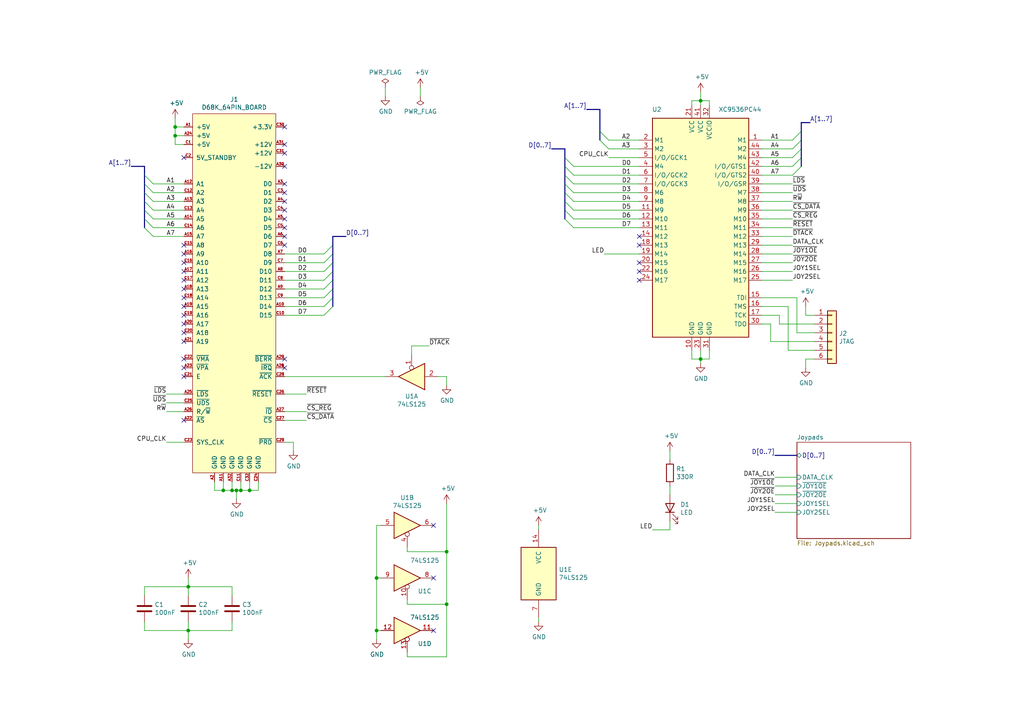
<source format=kicad_sch>
(kicad_sch (version 20211123) (generator eeschema)
  (paper "A4")
  (lib_symbols
    (symbol "74xx:74LS125" (pin_names (offset 1.016))
      (property "Reference" "U" (at 0 1.27 0))
      (property "Value" "74LS125" (at 0 -1.27 0))
      (symbol "74LS125_1_0"
        (polyline (pts (xy -3.81 3.81) (xy -3.81 -3.81) (xy 3.81 0) (xy -3.81 3.81)) (stroke (width 0.254)) (fill (type background)))
        (pin input inverted (at 0 -6.35 90) (length 4.445) (name "~") (number "1"))
        (pin input line (at -7.62 0 0) (length 3.81) (name "~") (number "2"))
        (pin tri_state line (at 7.62 0 180) (length 3.81) (name "~") (number "3"))
      )
      (symbol "74LS125_2_0"
        (polyline (pts (xy -3.81 3.81) (xy -3.81 -3.81) (xy 3.81 0) (xy -3.81 3.81)) (stroke (width 0.254)) (fill (type background)))
        (pin input inverted (at 0 -6.35 90) (length 4.445) (name "~") (number "4"))
        (pin input line (at -7.62 0 0) (length 3.81) (name "~") (number "5"))
        (pin tri_state line (at 7.62 0 180) (length 3.81) (name "~") (number "6"))
      )
      (symbol "74LS125_3_0"
        (polyline (pts (xy -3.81 3.81) (xy -3.81 -3.81) (xy 3.81 0) (xy -3.81 3.81)) (stroke (width 0.254)) (fill (type background)))
        (pin input inverted (at 0 -6.35 90) (length 4.445) (name "~") (number "10"))
        (pin tri_state line (at 7.62 0 180) (length 3.81) (name "~") (number "8"))
        (pin input line (at -7.62 0 0) (length 3.81) (name "~") (number "9"))
      )
      (symbol "74LS125_4_0"
        (polyline (pts (xy -3.81 3.81) (xy -3.81 -3.81) (xy 3.81 0) (xy -3.81 3.81)) (stroke (width 0.254)) (fill (type background)))
        (pin tri_state line (at 7.62 0 180) (length 3.81) (name "~") (number "11"))
        (pin input line (at -7.62 0 0) (length 3.81) (name "~") (number "12"))
        (pin input inverted (at 0 -6.35 90) (length 4.445) (name "~") (number "13"))
      )
      (symbol "74LS125_5_0"
        (pin power_in line (at 0 12.7 270) (length 5.08) (name "VCC") (number "14"))
        (pin power_in line (at 0 -12.7 90) (length 5.08) (name "GND") (number "7"))
      )
      (symbol "74LS125_5_1"
        (rectangle (start -5.08 7.62) (end 5.08 -7.62) (stroke (width 0.254)) (fill (type background)))
      )
    )
    (symbol "Connector_Generic:Conn_01x06" (pin_names (offset 1.016) hide)
      (property "Reference" "J" (at 0 7.62 0))
      (property "Value" "Conn_01x06" (at 0 -10.16 0))
      (symbol "Conn_01x06_1_1"
        (rectangle (start -1.27 -7.493) (end 0 -7.747) (stroke (width 0.1524)))
        (rectangle (start -1.27 -4.953) (end 0 -5.207) (stroke (width 0.1524)))
        (rectangle (start -1.27 -2.413) (end 0 -2.667) (stroke (width 0.1524)))
        (rectangle (start -1.27 0.127) (end 0 -0.127) (stroke (width 0.1524)))
        (rectangle (start -1.27 2.667) (end 0 2.413) (stroke (width 0.1524)))
        (rectangle (start -1.27 5.207) (end 0 4.953) (stroke (width 0.1524)))
        (rectangle (start -1.27 6.35) (end 1.27 -8.89) (stroke (width 0.254)) (fill (type background)))
        (pin passive line (at -5.08 5.08 0) (length 3.81) (name "Pin_1") (number "1"))
        (pin passive line (at -5.08 2.54 0) (length 3.81) (name "Pin_2") (number "2"))
        (pin passive line (at -5.08 0 0) (length 3.81) (name "Pin_3") (number "3"))
        (pin passive line (at -5.08 -2.54 0) (length 3.81) (name "Pin_4") (number "4"))
        (pin passive line (at -5.08 -5.08 0) (length 3.81) (name "Pin_5") (number "5"))
        (pin passive line (at -5.08 -7.62 0) (length 3.81) (name "Pin_6") (number "6"))
      )
    )
    (symbol "Ddraig:D68K_64PIN_BOARD" (pin_names (offset 1.016))
      (property "Reference" "J" (at -11.43 53.34 0))
      (property "Value" "D68K_64PIN_BOARD" (at -2.54 50.8 0))
      (symbol "D68K_64PIN_BOARD_0_1"
        (rectangle (start -12.7 48.26) (end 11.43 -55.88) (fill (type background)))
      )
      (symbol "D68K_64PIN_BOARD_1_1"
        (pin power_in line (at -15.24 44.45 0) (length 2.54) (name "+5V") (number "A1"))
        (pin bidirectional line (at 13.97 -7.62 180) (length 2.54) (name "D14") (number "A10"))
        (pin power_in line (at -3.81 -58.42 90) (length 2.54) (name "GND") (number "A11"))
        (pin output line (at -15.24 27.94 0) (length 2.54) (name "A1") (number "A12"))
        (pin output line (at -15.24 22.86 0) (length 2.54) (name "A3") (number "A13"))
        (pin output line (at -15.24 17.78 0) (length 2.54) (name "A5") (number "A14"))
        (pin output line (at -15.24 12.7 0) (length 2.54) (name "A7") (number "A15"))
        (pin output line (at -15.24 7.62 0) (length 2.54) (name "A9") (number "A16"))
        (pin output line (at -15.24 2.54 0) (length 2.54) (name "A11") (number "A17"))
        (pin output line (at -15.24 -2.54 0) (length 2.54) (name "A13") (number "A18"))
        (pin output line (at -15.24 -7.62 0) (length 2.54) (name "A15") (number "A19"))
        (pin power_in line (at -6.35 -58.42 90) (length 2.54) (name "GND") (number "A2"))
        (pin output line (at -15.24 -12.7 0) (length 2.54) (name "A17") (number "A20"))
        (pin output line (at -15.24 -17.78 0) (length 2.54) (name "A19") (number "A21"))
        (pin output line (at -15.24 -40.64 0) (length 2.54) (name "~{AS}") (number "A22"))
        (pin output line (at -15.24 -25.4 0) (length 2.54) (name "~{VPA}") (number "A23"))
        (pin power_in line (at -15.24 41.91 0) (length 2.54) (name "+5V") (number "A24"))
        (pin output line (at -15.24 -33.02 0) (length 2.54) (name "~{LDS}") (number "A25"))
        (pin output line (at -15.24 -38.1 0) (length 2.54) (name "R/~{W}") (number "A26"))
        (pin output line (at 13.97 -38.1 180) (length 2.54) (name "~{ID}") (number "A27"))
        (pin input line (at 13.97 -25.4 180) (length 2.54) (name "~{IRQ}") (number "A28"))
        (pin input line (at 13.97 -22.86 180) (length 2.54) (name "~{BERR}") (number "A29"))
        (pin bidirectional line (at 13.97 27.94 180) (length 2.54) (name "D0") (number "A3"))
        (pin power_in line (at 13.97 33.02 180) (length 2.54) (name "-12V") (number "A30"))
        (pin power_in line (at 13.97 39.37 180) (length 2.54) (name "+12V") (number "A31"))
        (pin power_in line (at -1.27 -58.42 90) (length 2.54) (name "GND") (number "A32"))
        (pin bidirectional line (at 13.97 22.86 180) (length 2.54) (name "D2") (number "A4"))
        (pin bidirectional line (at 13.97 17.78 180) (length 2.54) (name "D4") (number "A5"))
        (pin bidirectional line (at 13.97 12.7 180) (length 2.54) (name "D6") (number "A6"))
        (pin bidirectional line (at 13.97 7.62 180) (length 2.54) (name "D8") (number "A7"))
        (pin bidirectional line (at 13.97 2.54 180) (length 2.54) (name "D10") (number "A8"))
        (pin bidirectional line (at 13.97 -2.54 180) (length 2.54) (name "D12") (number "A9"))
        (pin power_in line (at -15.24 39.37 0) (length 2.54) (name "+5V") (number "C1"))
        (pin bidirectional line (at 13.97 -10.16 180) (length 2.54) (name "D15") (number "C10"))
        (pin power_in line (at 1.27 -58.42 90) (length 2.54) (name "GND") (number "C11"))
        (pin output line (at -15.24 25.4 0) (length 2.54) (name "A2") (number "C12"))
        (pin output line (at -15.24 20.32 0) (length 2.54) (name "A4") (number "C13"))
        (pin output line (at -15.24 15.24 0) (length 2.54) (name "A6") (number "C14"))
        (pin output line (at -15.24 10.16 0) (length 2.54) (name "A8") (number "C15"))
        (pin output line (at -15.24 5.08 0) (length 2.54) (name "A10") (number "C16"))
        (pin output line (at -15.24 0 0) (length 2.54) (name "A12") (number "C17"))
        (pin output line (at -15.24 -5.08 0) (length 2.54) (name "A14") (number "C18"))
        (pin output line (at -15.24 -10.16 0) (length 2.54) (name "A16") (number "C19"))
        (pin power_in line (at -15.24 35.56 0) (length 2.54) (name "5V_STANDBY") (number "C2"))
        (pin output line (at -15.24 -15.24 0) (length 2.54) (name "A18") (number "C20"))
        (pin output line (at -15.24 -27.94 0) (length 2.54) (name "E") (number "C21"))
        (pin output line (at -15.24 -22.86 0) (length 2.54) (name "~{VMA}") (number "C22"))
        (pin output line (at -15.24 -46.99 0) (length 2.54) (name "SYS_CLK") (number "C23"))
        (pin power_in line (at 6.35 -58.42 90) (length 2.54) (name "GND") (number "C24"))
        (pin output line (at -15.24 -35.56 0) (length 2.54) (name "~{UDS}") (number "C25"))
        (pin output line (at 13.97 -33.02 180) (length 2.54) (name "~{RESET}") (number "C26"))
        (pin output line (at 13.97 -40.64 180) (length 2.54) (name "~{CS}") (number "C27"))
        (pin input line (at 13.97 -27.94 180) (length 2.54) (name "~{ACK}") (number "C28"))
        (pin passive line (at 13.97 -46.99 180) (length 2.54) (name "~{PRD}") (number "C29"))
        (pin bidirectional line (at 13.97 25.4 180) (length 2.54) (name "D1") (number "C3"))
        (pin power_in line (at 13.97 44.45 180) (length 2.54) (name "+3.3V") (number "C30"))
        (pin power_in line (at 13.97 36.83 180) (length 2.54) (name "+12V") (number "C31"))
        (pin power_in line (at 3.81 -58.42 90) (length 2.54) (name "GND") (number "C32"))
        (pin bidirectional line (at 13.97 20.32 180) (length 2.54) (name "D3") (number "C4"))
        (pin bidirectional line (at 13.97 15.24 180) (length 2.54) (name "D5") (number "C5"))
        (pin bidirectional line (at 13.97 10.16 180) (length 2.54) (name "D7") (number "C6"))
        (pin bidirectional line (at 13.97 5.08 180) (length 2.54) (name "D9") (number "C7"))
        (pin bidirectional line (at 13.97 0 180) (length 2.54) (name "D11") (number "C8"))
        (pin bidirectional line (at 13.97 -5.08 180) (length 2.54) (name "D13") (number "C9"))
      )
    )
    (symbol "Ddraig:XC9536PC44"
      (property "Reference" "U" (at -13.97 33.02 0))
      (property "Value" "XC9536PC44" (at -13.97 -33.02 0))
      (symbol "XC9536PC44_1_1"
        (rectangle (start -13.97 31.75) (end 13.97 -31.75) (stroke (width 0.254)) (fill (type background)))
        (pin bidirectional line (at 17.78 25.4 180) (length 3.81) (name "M1") (number "1"))
        (pin power_in line (at -2.54 -35.56 90) (length 3.81) (name "GND") (number "10"))
        (pin bidirectional line (at -17.78 5.08 0) (length 3.81) (name "M9") (number "11"))
        (pin bidirectional line (at -17.78 2.54 0) (length 3.81) (name "M10") (number "12"))
        (pin bidirectional line (at -17.78 0 0) (length 3.81) (name "M11") (number "13"))
        (pin bidirectional line (at -17.78 -2.54 0) (length 3.81) (name "M12") (number "14"))
        (pin input line (at 17.78 -20.32 180) (length 3.81) (name "TDI") (number "15"))
        (pin input line (at 17.78 -22.86 180) (length 3.81) (name "TMS") (number "16"))
        (pin input line (at 17.78 -25.4 180) (length 3.81) (name "TCK") (number "17"))
        (pin bidirectional line (at -17.78 -5.08 0) (length 3.81) (name "M13") (number "18"))
        (pin bidirectional line (at -17.78 -7.62 0) (length 3.81) (name "M14") (number "19"))
        (pin bidirectional line (at -17.78 25.4 0) (length 3.81) (name "M1") (number "2"))
        (pin bidirectional line (at -17.78 -10.16 0) (length 3.81) (name "M15") (number "20"))
        (pin power_in line (at -2.54 35.56 270) (length 3.81) (name "VCC") (number "21"))
        (pin bidirectional line (at -17.78 -12.7 0) (length 3.81) (name "M16") (number "22"))
        (pin power_in line (at 0 -35.56 90) (length 3.81) (name "GND") (number "23"))
        (pin bidirectional line (at -17.78 -15.24 0) (length 3.81) (name "M17") (number "24"))
        (pin bidirectional line (at 17.78 -15.24 180) (length 3.81) (name "M17") (number "25"))
        (pin bidirectional line (at 17.78 -12.7 180) (length 3.81) (name "M16") (number "26"))
        (pin bidirectional line (at 17.78 -10.16 180) (length 3.81) (name "M15") (number "27"))
        (pin bidirectional line (at 17.78 -7.62 180) (length 3.81) (name "M14") (number "28"))
        (pin bidirectional line (at 17.78 -5.08 180) (length 3.81) (name "M13") (number "29"))
        (pin bidirectional line (at -17.78 22.86 0) (length 3.81) (name "M2") (number "3"))
        (pin output line (at 17.78 -27.94 180) (length 3.81) (name "TDO") (number "30"))
        (pin power_in line (at 2.54 -35.56 90) (length 3.81) (name "GND") (number "31"))
        (pin power_in line (at 2.54 35.56 270) (length 3.81) (name "VCCIO") (number "32"))
        (pin bidirectional line (at 17.78 -2.54 180) (length 3.81) (name "M12") (number "33"))
        (pin bidirectional line (at 17.78 0 180) (length 3.81) (name "M11") (number "34"))
        (pin bidirectional line (at 17.78 2.54 180) (length 3.81) (name "M10") (number "35"))
        (pin bidirectional line (at 17.78 5.08 180) (length 3.81) (name "M9") (number "36"))
        (pin bidirectional line (at 17.78 7.62 180) (length 3.81) (name "M8") (number "37"))
        (pin bidirectional line (at 17.78 10.16 180) (length 3.81) (name "M7") (number "38"))
        (pin bidirectional line (at 17.78 12.7 180) (length 3.81) (name "I/O/GSR") (number "39"))
        (pin bidirectional line (at -17.78 17.78 0) (length 3.81) (name "M4") (number "4"))
        (pin bidirectional line (at 17.78 15.24 180) (length 3.81) (name "I/O/GTS2") (number "40"))
        (pin power_in line (at 0 35.56 270) (length 3.81) (name "VCC") (number "41"))
        (pin bidirectional line (at 17.78 17.78 180) (length 3.81) (name "I/O/GTS1") (number "42"))
        (pin bidirectional line (at 17.78 20.32 180) (length 3.81) (name "M4") (number "43"))
        (pin bidirectional line (at 17.78 22.86 180) (length 3.81) (name "M2") (number "44"))
        (pin bidirectional line (at -17.78 20.32 0) (length 3.81) (name "I/O/GCK1") (number "5"))
        (pin bidirectional line (at -17.78 15.24 0) (length 3.81) (name "I/O/GCK2") (number "6"))
        (pin bidirectional line (at -17.78 12.7 0) (length 3.81) (name "I/O/GCK3") (number "7"))
        (pin bidirectional line (at -17.78 10.16 0) (length 3.81) (name "M6") (number "8"))
        (pin bidirectional line (at -17.78 7.62 0) (length 3.81) (name "M8") (number "9"))
      )
    )
    (symbol "Device:C" (pin_numbers hide) (pin_names (offset 0.254))
      (property "Reference" "C" (at 0.635 2.54 0))
      (property "Value" "C" (at 0.635 -2.54 0))
      (symbol "C_0_1"
        (polyline (pts (xy -2.032 -0.762) (xy 2.032 -0.762)) (stroke (width 0.508)))
        (polyline (pts (xy -2.032 0.762) (xy 2.032 0.762)) (stroke (width 0.508)))
      )
      (symbol "C_1_1"
        (pin passive line (at 0 3.81 270) (length 2.794) (name "~") (number "1"))
        (pin passive line (at 0 -3.81 90) (length 2.794) (name "~") (number "2"))
      )
    )
    (symbol "Device:LED" (pin_numbers hide) (pin_names (offset 1.016) hide)
      (property "Reference" "D" (at 0 2.54 0))
      (property "Value" "LED" (at 0 -2.54 0))
      (symbol "LED_0_1"
        (polyline (pts (xy -1.27 -1.27) (xy -1.27 1.27)) (stroke (width 0.254)))
        (polyline (pts (xy -1.27 0) (xy 1.27 0)))
        (polyline (pts (xy 1.27 -1.27) (xy 1.27 1.27) (xy -1.27 0) (xy 1.27 -1.27)) (stroke (width 0.254)))
        (polyline (pts (xy -3.048 -0.762) (xy -4.572 -2.286) (xy -3.81 -2.286) (xy -4.572 -2.286) (xy -4.572 -1.524)))
        (polyline (pts (xy -1.778 -0.762) (xy -3.302 -2.286) (xy -2.54 -2.286) (xy -3.302 -2.286) (xy -3.302 -1.524)))
      )
      (symbol "LED_1_1"
        (pin passive line (at -3.81 0 0) (length 2.54) (name "K") (number "1"))
        (pin passive line (at 3.81 0 180) (length 2.54) (name "A") (number "2"))
      )
    )
    (symbol "Device:R" (pin_numbers hide) (pin_names (offset 0))
      (property "Reference" "R" (at 2.032 0 90))
      (property "Value" "R" (at 0 0 90))
      (symbol "R_0_1"
        (rectangle (start -1.016 -2.54) (end 1.016 2.54) (stroke (width 0.254)))
      )
      (symbol "R_1_1"
        (pin passive line (at 0 3.81 270) (length 1.27) (name "~") (number "1"))
        (pin passive line (at 0 -3.81 90) (length 1.27) (name "~") (number "2"))
      )
    )
    (symbol "power:+5V" (power) (pin_names (offset 0))
      (property "Value" "+5V" (at 0 3.556 0))
      (symbol "+5V_0_1"
        (polyline (pts (xy -0.762 1.27) (xy 0 2.54)))
        (polyline (pts (xy 0 0) (xy 0 2.54)))
        (polyline (pts (xy 0 2.54) (xy 0.762 1.27)))
      )
      (symbol "+5V_1_1"
        (pin power_in line (at 0 0 90) (length 0) hide (name "+5V") (number "1"))
      )
    )
    (symbol "power:GND" (power) (pin_names (offset 0))
      (property "Value" "GND" (at 0 -3.81 0))
      (symbol "GND_0_1"
        (polyline (pts (xy 0 0) (xy 0 -1.27) (xy 1.27 -1.27) (xy 0 -2.54) (xy -1.27 -1.27) (xy 0 -1.27)))
      )
      (symbol "GND_1_1"
        (pin power_in line (at 0 0 270) (length 0) hide (name "GND") (number "1"))
      )
    )
    (symbol "power:PWR_FLAG" (power) (pin_numbers hide) (pin_names (offset 0) hide)
      (property "Value" "PWR_FLAG" (at 0 3.81 0))
      (symbol "PWR_FLAG_0_0"
        (pin power_out line (at 0 0 90) (length 0) (name "pwr") (number "1"))
      )
      (symbol "PWR_FLAG_0_1"
        (polyline (pts (xy 0 0) (xy 0 1.27) (xy -1.016 1.905) (xy 0 2.54) (xy 1.016 1.905) (xy 0 1.27)))
      )
    )
  )
  (junction (at 64.77 142.24))
  (junction (at 129.54 175.26))
  (junction (at 67.31 142.24))
  (junction (at 69.85 142.24))
  (junction (at 129.54 160.02))
  (junction (at 54.61 170.18))
  (junction (at 203.2 104.14))
  (junction (at 72.39 142.24))
  (junction (at 50.8 36.83))
  (junction (at 109.22 182.88))
  (junction (at 203.2 29.21))
  (junction (at 54.61 182.88))
  (junction (at 109.22 167.64))
  (junction (at 50.8 39.37))
  (junction (at 68.58 142.24))
  (no_connect (at 53.34 76.2))
  (no_connect (at 53.34 81.28))
  (no_connect (at 82.55 58.42))
  (no_connect (at 53.34 121.92))
  (no_connect (at 82.55 106.68))
  (no_connect (at 53.34 96.52))
  (no_connect (at 185.42 76.2))
  (no_connect (at 53.34 93.98))
  (no_connect (at 82.55 66.04))
  (no_connect (at 82.55 68.58))
  (no_connect (at 82.55 60.96))
  (no_connect (at 53.34 45.72))
  (no_connect (at 53.34 73.66))
  (no_connect (at 82.55 41.91))
  (no_connect (at 185.42 78.74))
  (no_connect (at 82.55 48.26))
  (no_connect (at 53.34 109.22))
  (no_connect (at 82.55 104.14))
  (no_connect (at 125.73 152.4))
  (no_connect (at 185.42 71.12))
  (no_connect (at 53.34 86.36))
  (no_connect (at 82.55 53.34))
  (no_connect (at 82.55 44.45))
  (no_connect (at 185.42 81.28))
  (no_connect (at 125.73 182.88))
  (no_connect (at 53.34 71.12))
  (no_connect (at 82.55 55.88))
  (no_connect (at 53.34 106.68))
  (no_connect (at 82.55 36.83))
  (no_connect (at 125.73 167.64))
  (no_connect (at 53.34 91.44))
  (no_connect (at 82.55 71.12))
  (no_connect (at 82.55 63.5))
  (no_connect (at 53.34 78.74))
  (no_connect (at 53.34 83.82))
  (no_connect (at 53.34 104.14))
  (no_connect (at 53.34 88.9))
  (no_connect (at 185.42 68.58))
  (no_connect (at 53.34 99.06))
  (bus_entry (at 96.52 86.36) (size -2.54 2.54))
  (bus_entry (at 163.83 60.96) (size 2.54 2.54))
  (bus_entry (at 96.52 76.2) (size -2.54 2.54))
  (bus_entry (at 173.99 40.64) (size 2.54 2.54))
  (bus_entry (at 41.91 50.8) (size 2.54 2.54))
  (bus_entry (at 96.52 81.28) (size -2.54 2.54))
  (bus_entry (at 173.99 38.1) (size 2.54 2.54))
  (bus_entry (at 163.83 50.8) (size 2.54 2.54))
  (bus_entry (at 163.83 45.72) (size 2.54 2.54))
  (bus_entry (at 232.41 38.1) (size -2.54 2.54))
  (bus_entry (at 96.52 83.82) (size -2.54 2.54))
  (bus_entry (at 232.41 45.72) (size -2.54 2.54))
  (bus_entry (at 41.91 55.88) (size 2.54 2.54))
  (bus_entry (at 163.83 53.34) (size 2.54 2.54))
  (bus_entry (at 163.83 48.26) (size 2.54 2.54))
  (bus_entry (at 41.91 63.5) (size 2.54 2.54))
  (bus_entry (at 41.91 53.34) (size 2.54 2.54))
  (bus_entry (at 96.52 73.66) (size -2.54 2.54))
  (bus_entry (at 163.83 63.5) (size 2.54 2.54))
  (bus_entry (at 96.52 71.12) (size -2.54 2.54))
  (bus_entry (at 41.91 66.04) (size 2.54 2.54))
  (bus_entry (at 41.91 60.96) (size 2.54 2.54))
  (bus_entry (at 163.83 58.42) (size 2.54 2.54))
  (bus_entry (at 96.52 78.74) (size -2.54 2.54))
  (bus_entry (at 163.83 55.88) (size 2.54 2.54))
  (bus_entry (at 41.91 58.42) (size 2.54 2.54))
  (bus_entry (at 232.41 43.18) (size -2.54 2.54))
  (bus_entry (at 232.41 48.26) (size -2.54 2.54))
  (bus_entry (at 232.41 40.64) (size -2.54 2.54))
  (bus_entry (at 96.52 88.9) (size -2.54 2.54))
  (wire (pts (xy 50.8 39.37) (xy 50.8 41.91)))
  (wire (pts (xy 223.52 99.06) (xy 236.22 99.06)))
  (wire (pts (xy 233.68 88.9) (xy 233.68 91.44)))
  (bus (pts (xy 232.41 38.1) (xy 232.41 40.64)))
  (wire (pts (xy 53.34 53.34) (xy 44.45 53.34)))
  (wire (pts (xy 93.98 86.36) (xy 82.55 86.36)))
  (bus (pts (xy 163.83 58.42) (xy 163.83 60.96)))
  (wire (pts (xy 93.98 83.82) (xy 82.55 83.82)))
  (wire (pts (xy 185.42 53.34) (xy 166.37 53.34)))
  (bus (pts (xy 41.91 50.8) (xy 41.91 53.34)))
  (wire (pts (xy 185.42 63.5) (xy 166.37 63.5)))
  (wire (pts (xy 67.31 182.88) (xy 67.31 180.34)))
  (wire (pts (xy 50.8 36.83) (xy 50.8 39.37)))
  (wire (pts (xy 185.42 55.88) (xy 166.37 55.88)))
  (bus (pts (xy 163.83 43.18) (xy 163.83 45.72)))
  (wire (pts (xy 82.55 121.92) (xy 88.9 121.92)))
  (bus (pts (xy 224.79 132.08) (xy 231.14 132.08)))
  (wire (pts (xy 203.2 29.21) (xy 205.74 29.21)))
  (bus (pts (xy 96.52 83.82) (xy 96.52 86.36)))
  (wire (pts (xy 53.34 60.96) (xy 44.45 60.96)))
  (wire (pts (xy 220.98 93.98) (xy 223.52 93.98)))
  (wire (pts (xy 67.31 170.18) (xy 67.31 172.72)))
  (bus (pts (xy 163.83 43.18) (xy 160.02 43.18)))
  (wire (pts (xy 118.11 158.75) (xy 118.11 160.02)))
  (bus (pts (xy 41.91 55.88) (xy 41.91 58.42)))
  (wire (pts (xy 229.87 78.74) (xy 220.98 78.74)))
  (wire (pts (xy 185.42 50.8) (xy 166.37 50.8)))
  (wire (pts (xy 220.98 40.64) (xy 229.87 40.64)))
  (bus (pts (xy 173.99 31.75) (xy 173.99 38.1)))
  (wire (pts (xy 69.85 139.7) (xy 69.85 142.24)))
  (wire (pts (xy 53.34 119.38) (xy 48.26 119.38)))
  (wire (pts (xy 53.34 68.58) (xy 44.45 68.58)))
  (wire (pts (xy 185.42 60.96) (xy 166.37 60.96)))
  (wire (pts (xy 110.49 167.64) (xy 109.22 167.64)))
  (wire (pts (xy 69.85 142.24) (xy 72.39 142.24)))
  (bus (pts (xy 232.41 35.56) (xy 232.41 38.1)))
  (wire (pts (xy 127 109.22) (xy 129.54 109.22)))
  (wire (pts (xy 64.77 142.24) (xy 67.31 142.24)))
  (bus (pts (xy 163.83 45.72) (xy 163.83 48.26)))
  (wire (pts (xy 229.87 63.5) (xy 220.98 63.5)))
  (wire (pts (xy 231.14 148.59) (xy 224.79 148.59)))
  (wire (pts (xy 68.58 142.24) (xy 69.85 142.24)))
  (wire (pts (xy 82.55 114.3) (xy 88.9 114.3)))
  (wire (pts (xy 236.22 104.14) (xy 233.68 104.14)))
  (wire (pts (xy 53.34 39.37) (xy 50.8 39.37)))
  (wire (pts (xy 203.2 29.21) (xy 203.2 26.67)))
  (wire (pts (xy 54.61 170.18) (xy 67.31 170.18)))
  (wire (pts (xy 93.98 73.66) (xy 82.55 73.66)))
  (bus (pts (xy 41.91 60.96) (xy 41.91 63.5)))
  (wire (pts (xy 226.06 91.44) (xy 226.06 93.98)))
  (wire (pts (xy 194.31 153.67) (xy 194.31 151.13)))
  (wire (pts (xy 229.87 53.34) (xy 220.98 53.34)))
  (bus (pts (xy 232.41 40.64) (xy 232.41 43.18)))
  (wire (pts (xy 41.91 172.72) (xy 41.91 170.18)))
  (wire (pts (xy 41.91 180.34) (xy 41.91 182.88)))
  (wire (pts (xy 118.11 175.26) (xy 118.11 173.99)))
  (wire (pts (xy 220.98 91.44) (xy 226.06 91.44)))
  (wire (pts (xy 129.54 109.22) (xy 129.54 111.76)))
  (wire (pts (xy 233.68 104.14) (xy 233.68 106.68)))
  (wire (pts (xy 228.6 101.6) (xy 236.22 101.6)))
  (wire (pts (xy 203.2 105.41) (xy 203.2 104.14)))
  (wire (pts (xy 200.66 30.48) (xy 200.66 29.21)))
  (bus (pts (xy 232.41 43.18) (xy 232.41 45.72)))
  (wire (pts (xy 53.34 66.04) (xy 44.45 66.04)))
  (bus (pts (xy 163.83 55.88) (xy 163.83 58.42)))
  (wire (pts (xy 220.98 88.9) (xy 228.6 88.9)))
  (bus (pts (xy 41.91 63.5) (xy 41.91 66.04)))
  (wire (pts (xy 82.55 128.27) (xy 85.09 128.27)))
  (wire (pts (xy 229.87 66.04) (xy 220.98 66.04)))
  (wire (pts (xy 93.98 76.2) (xy 82.55 76.2)))
  (bus (pts (xy 163.83 48.26) (xy 163.83 50.8)))
  (wire (pts (xy 205.74 104.14) (xy 205.74 101.6)))
  (wire (pts (xy 93.98 78.74) (xy 82.55 78.74)))
  (wire (pts (xy 185.42 48.26) (xy 166.37 48.26)))
  (bus (pts (xy 232.41 45.72) (xy 232.41 48.26)))
  (wire (pts (xy 233.68 91.44) (xy 236.22 91.44)))
  (wire (pts (xy 220.98 48.26) (xy 229.87 48.26)))
  (wire (pts (xy 203.2 101.6) (xy 203.2 104.14)))
  (wire (pts (xy 203.2 30.48) (xy 203.2 29.21)))
  (wire (pts (xy 93.98 88.9) (xy 82.55 88.9)))
  (wire (pts (xy 110.49 182.88) (xy 109.22 182.88)))
  (bus (pts (xy 163.83 53.34) (xy 163.83 55.88)))
  (wire (pts (xy 176.53 43.18) (xy 185.42 43.18)))
  (wire (pts (xy 68.58 144.78) (xy 68.58 142.24)))
  (wire (pts (xy 62.23 142.24) (xy 64.77 142.24)))
  (wire (pts (xy 72.39 139.7) (xy 72.39 142.24)))
  (wire (pts (xy 185.42 66.04) (xy 166.37 66.04)))
  (wire (pts (xy 85.09 128.27) (xy 85.09 130.81)))
  (wire (pts (xy 129.54 175.26) (xy 129.54 190.5)))
  (wire (pts (xy 175.26 73.66) (xy 185.42 73.66)))
  (wire (pts (xy 200.66 101.6) (xy 200.66 104.14)))
  (bus (pts (xy 41.91 53.34) (xy 41.91 55.88)))
  (wire (pts (xy 200.66 104.14) (xy 203.2 104.14)))
  (wire (pts (xy 189.23 153.67) (xy 194.31 153.67)))
  (wire (pts (xy 129.54 190.5) (xy 118.11 190.5)))
  (wire (pts (xy 118.11 190.5) (xy 118.11 189.23)))
  (wire (pts (xy 109.22 182.88) (xy 109.22 167.64)))
  (wire (pts (xy 229.87 68.58) (xy 220.98 68.58)))
  (wire (pts (xy 54.61 182.88) (xy 67.31 182.88)))
  (wire (pts (xy 54.61 172.72) (xy 54.61 170.18)))
  (wire (pts (xy 53.34 63.5) (xy 44.45 63.5)))
  (wire (pts (xy 93.98 81.28) (xy 82.55 81.28)))
  (wire (pts (xy 41.91 170.18) (xy 54.61 170.18)))
  (wire (pts (xy 231.14 138.43) (xy 224.79 138.43)))
  (wire (pts (xy 229.87 55.88) (xy 220.98 55.88)))
  (wire (pts (xy 111.76 27.94) (xy 111.76 25.4)))
  (wire (pts (xy 229.87 58.42) (xy 220.98 58.42)))
  (wire (pts (xy 54.61 185.42) (xy 54.61 182.88)))
  (wire (pts (xy 231.14 86.36) (xy 231.14 96.52)))
  (wire (pts (xy 109.22 185.42) (xy 109.22 182.88)))
  (wire (pts (xy 226.06 93.98) (xy 236.22 93.98)))
  (wire (pts (xy 50.8 34.29) (xy 50.8 36.83)))
  (wire (pts (xy 93.98 91.44) (xy 82.55 91.44)))
  (wire (pts (xy 109.22 167.64) (xy 109.22 152.4)))
  (wire (pts (xy 67.31 142.24) (xy 68.58 142.24)))
  (wire (pts (xy 129.54 146.05) (xy 129.54 160.02)))
  (bus (pts (xy 96.52 71.12) (xy 96.52 73.66)))
  (bus (pts (xy 96.52 68.58) (xy 100.33 68.58)))
  (wire (pts (xy 200.66 29.21) (xy 203.2 29.21)))
  (wire (pts (xy 118.11 175.26) (xy 129.54 175.26)))
  (wire (pts (xy 64.77 139.7) (xy 64.77 142.24)))
  (wire (pts (xy 53.34 55.88) (xy 44.45 55.88)))
  (bus (pts (xy 96.52 78.74) (xy 96.52 81.28)))
  (wire (pts (xy 229.87 73.66) (xy 220.98 73.66)))
  (bus (pts (xy 232.41 35.56) (xy 234.95 35.56)))
  (wire (pts (xy 156.21 180.34) (xy 156.21 179.07)))
  (wire (pts (xy 194.31 133.35) (xy 194.31 130.81)))
  (wire (pts (xy 119.38 100.33) (xy 119.38 102.87)))
  (bus (pts (xy 41.91 58.42) (xy 41.91 60.96)))
  (wire (pts (xy 231.14 140.97) (xy 224.79 140.97)))
  (wire (pts (xy 124.46 100.33) (xy 119.38 100.33)))
  (bus (pts (xy 96.52 73.66) (xy 96.52 76.2)))
  (wire (pts (xy 41.91 182.88) (xy 54.61 182.88)))
  (wire (pts (xy 228.6 88.9) (xy 228.6 101.6)))
  (wire (pts (xy 156.21 153.67) (xy 156.21 152.4)))
  (wire (pts (xy 220.98 50.8) (xy 229.87 50.8)))
  (wire (pts (xy 50.8 41.91) (xy 53.34 41.91)))
  (bus (pts (xy 173.99 38.1) (xy 173.99 40.64)))
  (wire (pts (xy 185.42 58.42) (xy 166.37 58.42)))
  (wire (pts (xy 53.34 58.42) (xy 44.45 58.42)))
  (wire (pts (xy 109.22 152.4) (xy 110.49 152.4)))
  (wire (pts (xy 220.98 86.36) (xy 231.14 86.36)))
  (wire (pts (xy 53.34 128.27) (xy 48.26 128.27)))
  (wire (pts (xy 203.2 104.14) (xy 205.74 104.14)))
  (bus (pts (xy 96.52 81.28) (xy 96.52 83.82)))
  (wire (pts (xy 229.87 76.2) (xy 220.98 76.2)))
  (bus (pts (xy 163.83 60.96) (xy 163.83 63.5)))
  (wire (pts (xy 220.98 43.18) (xy 229.87 43.18)))
  (bus (pts (xy 96.52 76.2) (xy 96.52 78.74)))
  (bus (pts (xy 41.91 48.26) (xy 41.91 50.8)))
  (wire (pts (xy 121.92 25.4) (xy 121.92 27.94)))
  (wire (pts (xy 205.74 29.21) (xy 205.74 30.48)))
  (bus (pts (xy 170.18 31.75) (xy 173.99 31.75)))
  (bus (pts (xy 96.52 86.36) (xy 96.52 88.9)))
  (wire (pts (xy 72.39 142.24) (xy 74.93 142.24)))
  (wire (pts (xy 185.42 40.64) (xy 176.53 40.64)))
  (wire (pts (xy 53.34 36.83) (xy 50.8 36.83)))
  (wire (pts (xy 54.61 180.34) (xy 54.61 182.88)))
  (wire (pts (xy 176.53 45.72) (xy 185.42 45.72)))
  (wire (pts (xy 54.61 170.18) (xy 54.61 167.64)))
  (wire (pts (xy 194.31 143.51) (xy 194.31 140.97)))
  (wire (pts (xy 129.54 160.02) (xy 129.54 175.26)))
  (wire (pts (xy 220.98 45.72) (xy 229.87 45.72)))
  (wire (pts (xy 229.87 71.12) (xy 220.98 71.12)))
  (wire (pts (xy 48.26 116.84) (xy 53.34 116.84)))
  (wire (pts (xy 88.9 119.38) (xy 82.55 119.38)))
  (wire (pts (xy 74.93 142.24) (xy 74.93 139.7)))
  (wire (pts (xy 53.34 114.3) (xy 48.26 114.3)))
  (wire (pts (xy 67.31 139.7) (xy 67.31 142.24)))
  (bus (pts (xy 96.52 68.58) (xy 96.52 71.12)))
  (wire (pts (xy 231.14 96.52) (xy 236.22 96.52)))
  (wire (pts (xy 223.52 93.98) (xy 223.52 99.06)))
  (wire (pts (xy 118.11 160.02) (xy 129.54 160.02)))
  (wire (pts (xy 229.87 81.28) (xy 220.98 81.28)))
  (wire (pts (xy 231.14 143.51) (xy 224.79 143.51)))
  (wire (pts (xy 62.23 139.7) (xy 62.23 142.24)))
  (wire (pts (xy 231.14 146.05) (xy 224.79 146.05)))
  (bus (pts (xy 163.83 50.8) (xy 163.83 53.34)))
  (wire (pts (xy 82.55 109.22) (xy 111.76 109.22)))
  (wire (pts (xy 229.87 60.96) (xy 220.98 60.96)))
  (bus (pts (xy 41.91 48.26) (xy 38.1 48.26)))
  (label "A6" (at 48.26 66.04 0))
  (label "~{JOY1OE}" (at 224.79 140.97 180))
  (label "A1" (at 223.52 40.64 0))
  (label "D5" (at 180.34 60.96 0))
  (label "~{CS_REG}" (at 88.9 119.38 0))
  (label "D0" (at 86.36 73.66 0))
  (label "D2" (at 86.36 78.74 0))
  (label "D7" (at 180.34 66.04 0))
  (label "A3" (at 180.34 43.18 0))
  (label "R~{W}" (at 48.26 119.38 180))
  (label "~{DTACK}" (at 229.87 68.58 0))
  (label "A[1..7]" (at 234.95 35.56 0))
  (label "A2" (at 180.34 40.64 0))
  (label "A6" (at 223.52 48.26 0))
  (label "A3" (at 48.26 58.42 0))
  (label "D1" (at 180.34 50.8 0))
  (label "R~{W}" (at 229.87 58.42 0))
  (label "A7" (at 48.26 68.58 0))
  (label "~{UDS}" (at 229.87 55.88 0))
  (label "~{LDS}" (at 229.87 53.34 0))
  (label "D6" (at 86.36 88.9 0))
  (label "LED" (at 175.26 73.66 180))
  (label "D5" (at 86.36 86.36 0))
  (label "~{CS_DATA}" (at 88.9 121.92 0))
  (label "~{DTACK}" (at 124.46 100.33 0))
  (label "CPU_CLK" (at 48.26 128.27 180))
  (label "D4" (at 86.36 83.82 0))
  (label "D[0..7]" (at 224.79 132.08 180))
  (label "D1" (at 86.36 76.2 0))
  (label "D0" (at 180.34 48.26 0))
  (label "~{CS_REG}" (at 229.87 63.5 0))
  (label "D4" (at 180.34 58.42 0))
  (label "~{CS_DATA}" (at 229.87 60.96 0))
  (label "D2" (at 180.34 53.34 0))
  (label "A4" (at 48.26 60.96 0))
  (label "CPU_CLK" (at 176.53 45.72 180))
  (label "JOY1SEL" (at 229.87 78.74 0))
  (label "A4" (at 223.52 43.18 0))
  (label "A1" (at 48.26 53.34 0))
  (label "~{JOY2OE}" (at 229.87 76.2 0))
  (label "D[0..7]" (at 100.33 68.58 0))
  (label "JOY1SEL" (at 224.79 146.05 180))
  (label "D[0..7]" (at 160.02 43.18 180))
  (label "A[1..7]" (at 38.1 48.26 180))
  (label "A7" (at 223.52 50.8 0))
  (label "~{UDS}" (at 48.26 116.84 180))
  (label "A2" (at 48.26 55.88 0))
  (label "~{JOY1OE}" (at 229.87 73.66 0))
  (label "DATA_CLK" (at 229.87 71.12 0))
  (label "JOY2SEL" (at 224.79 148.59 180))
  (label "A5" (at 223.52 45.72 0))
  (label "D3" (at 180.34 55.88 0))
  (label "~{LDS}" (at 48.26 114.3 180))
  (label "D7" (at 86.36 91.44 0))
  (label "A[1..7]" (at 170.18 31.75 180))
  (label "~{JOY2OE}" (at 224.79 143.51 180))
  (label "~{RESET}" (at 229.87 66.04 0))
  (label "DATA_CLK" (at 224.79 138.43 180))
  (label "JOY2SEL" (at 229.87 81.28 0))
  (label "A5" (at 48.26 63.5 0))
  (label "LED" (at 189.23 153.67 180))
  (label "D6" (at 180.34 63.5 0))
  (label "D3" (at 86.36 81.28 0))
  (label "~{RESET}" (at 88.9 114.3 0))
  (symbol (lib_id "Ddraig:D68K_64PIN_BOARD") (at 68.58 81.28 0) (unit 1)
    (property "Reference" "J1" (at 67.945 28.829 0))
    (property "Value" "D68K_64PIN_BOARD" (at 67.945 31.1404 0))
    (property "Footprint" "Ddraig:DIN41612_C_2x32_Male_Horizontal_THT" (effects hide))
  )
  (symbol (lib_id "Ddraig:XC9536PC44") (at 203.2 66.04 0) (unit 1)
    (property "Reference" "U2" (at 190.5 31.75 0))
    (property "Value" "XC9536PC44" (at 214.63 31.75 0))
    (property "Footprint" "Package_LCC:PLCC-44" (effects hide))
    (property "Datasheet" "xilinx/xc9536.pdf" (effects hide))
  )
  (symbol (lib_id "Connector_Generic:Conn_01x06") (at 241.3 96.52 0) (unit 1)
    (property "Reference" "J2" (at 243.332 96.7232 0) (effects (justify left)))
    (property "Value" "JTAG" (at 243.332 99.0346 0) (effects (justify left)))
    (property "Footprint" "Connector_PinHeader_2.54mm:PinHeader_1x06_P2.54mm_Vertical" (effects hide))
  )
  (symbol (lib_id "power:GND") (at 203.2 105.41 0) (unit 1)
    (property "Reference" "#PWR015" (effects hide))
    (property "Value" "GND" (at 203.327 109.8042 0))
  )
  (symbol (lib_id "power:GND") (at 233.68 106.68 0) (unit 1)
    (property "Reference" "#PWR017" (effects hide))
    (property "Value" "GND" (at 233.807 111.0742 0))
  )
  (symbol (lib_id "power:+5V") (at 233.68 88.9 0) (unit 1)
    (property "Reference" "#PWR016" (effects hide))
    (property "Value" "+5V" (at 234.061 84.5058 0))
  )
  (symbol (lib_id "power:+5V") (at 203.2 26.67 0) (unit 1)
    (property "Reference" "#PWR014" (effects hide))
    (property "Value" "+5V" (at 203.581 22.2758 0))
  )
  (symbol (lib_id "power:+5V") (at 50.8 34.29 0) (unit 1)
    (property "Reference" "#PWR01" (effects hide))
    (property "Value" "+5V" (at 51.181 29.8958 0))
  )
  (symbol (lib_id "power:GND") (at 68.58 144.78 0) (unit 1)
    (property "Reference" "#PWR04" (effects hide))
    (property "Value" "GND" (at 68.707 149.1742 0))
  )
  (symbol (lib_id "power:GND") (at 85.09 130.81 0) (unit 1)
    (property "Reference" "#PWR05" (effects hide))
    (property "Value" "GND" (at 85.217 135.2042 0))
  )
  (symbol (lib_id "Device:R") (at 194.31 137.16 0) (unit 1)
    (property "Reference" "R1" (at 196.088 135.9916 0) (effects (justify left)))
    (property "Value" "330R" (at 196.088 138.303 0) (effects (justify left)))
    (property "Footprint" "Resistor_THT:R_Axial_DIN0207_L6.3mm_D2.5mm_P10.16mm_Horizontal" (effects hide))
  )
  (symbol (lib_id "Device:LED") (at 194.31 147.32 90) (unit 1)
    (property "Reference" "D1" (at 197.3072 146.3294 90) (effects (justify right)))
    (property "Value" "LED" (at 197.3072 148.6408 90) (effects (justify right)))
    (property "Footprint" "LED_THT:LED_D5.0mm" (effects hide))
  )
  (symbol (lib_id "power:+5V") (at 194.31 130.81 0) (unit 1)
    (property "Reference" "#PWR013" (effects hide))
    (property "Value" "+5V" (at 194.691 126.4158 0))
  )
  (symbol (lib_id "Device:C") (at 41.91 176.53 0) (unit 1)
    (property "Reference" "C1" (at 44.831 175.3616 0) (effects (justify left)))
    (property "Value" "100nF" (at 44.831 177.673 0) (effects (justify left)))
    (property "Footprint" "Capacitor_THT:C_Disc_D5.0mm_W2.5mm_P2.50mm" (effects hide))
  )
  (symbol (lib_id "Device:C") (at 54.61 176.53 0) (unit 1)
    (property "Reference" "C2" (at 57.531 175.3616 0) (effects (justify left)))
    (property "Value" "100nF" (at 57.531 177.673 0) (effects (justify left)))
    (property "Footprint" "Capacitor_THT:C_Disc_D5.0mm_W2.5mm_P2.50mm" (effects hide))
  )
  (symbol (lib_id "Device:C") (at 67.31 176.53 0) (unit 1)
    (property "Reference" "C3" (at 70.231 175.3616 0) (effects (justify left)))
    (property "Value" "100nF" (at 70.231 177.673 0) (effects (justify left)))
    (property "Footprint" "Capacitor_THT:C_Disc_D5.0mm_W2.5mm_P2.50mm" (effects hide))
  )
  (symbol (lib_id "power:GND") (at 54.61 185.42 0) (unit 1)
    (property "Reference" "#PWR03" (effects hide))
    (property "Value" "GND" (at 54.737 189.8142 0))
  )
  (symbol (lib_id "power:+5V") (at 54.61 167.64 0) (unit 1)
    (property "Reference" "#PWR02" (effects hide))
    (property "Value" "+5V" (at 54.991 163.2458 0))
  )
  (symbol (lib_id "power:PWR_FLAG") (at 111.76 25.4 0) (unit 1)
    (property "Reference" "#FLG01" (effects hide))
    (property "Value" "PWR_FLAG" (at 111.76 21.0058 0))
  )
  (symbol (lib_id "power:PWR_FLAG") (at 121.92 27.94 180) (unit 1)
    (property "Reference" "#FLG02" (effects hide))
    (property "Value" "PWR_FLAG" (at 121.92 32.3342 0))
  )
  (symbol (lib_id "power:+5V") (at 121.92 25.4 0) (unit 1)
    (property "Reference" "#PWR08" (effects hide))
    (property "Value" "+5V" (at 122.301 21.0058 0))
  )
  (symbol (lib_id "power:GND") (at 111.76 27.94 0) (unit 1)
    (property "Reference" "#PWR07" (effects hide))
    (property "Value" "GND" (at 111.887 32.3342 0))
  )
  (symbol (lib_id "74xx:74LS125") (at 119.38 109.22 180) (unit 1)
    (property "Reference" "U1" (at 119.38 114.935 0))
    (property "Value" "74LS125" (at 119.38 117.2464 0))
    (property "Footprint" "Package_DIP:DIP-14_W7.62mm_Socket" (effects hide))
    (property "Datasheet" "http://www.ti.com/lit/gpn/sn74LS125" (effects hide))
  )
  (symbol (lib_id "74xx:74LS125") (at 118.11 152.4 0) (unit 2)
    (property "Reference" "U1" (at 118.11 144.3482 0))
    (property "Value" "74LS125" (at 118.11 146.6596 0))
    (property "Footprint" "Package_DIP:DIP-14_W7.62mm_Socket" (effects hide))
    (property "Datasheet" "http://www.ti.com/lit/gpn/sn74LS125" (effects hide))
  )
  (symbol (lib_id "74xx:74LS125") (at 118.11 167.64 0) (unit 3)
    (property "Reference" "U1" (at 123.19 171.45 0))
    (property "Value" "74LS125" (at 123.19 162.56 0))
    (property "Footprint" "Package_DIP:DIP-14_W7.62mm_Socket" (effects hide))
    (property "Datasheet" "http://www.ti.com/lit/gpn/sn74LS125" (effects hide))
  )
  (symbol (lib_id "74xx:74LS125") (at 118.11 182.88 0) (unit 4)
    (property "Reference" "U1" (at 123.19 186.69 0))
    (property "Value" "74LS125" (at 123.19 179.07 0))
    (property "Footprint" "Package_DIP:DIP-14_W7.62mm_Socket" (effects hide))
    (property "Datasheet" "http://www.ti.com/lit/gpn/sn74LS125" (effects hide))
  )
  (symbol (lib_id "74xx:74LS125") (at 156.21 166.37 0) (unit 5)
    (property "Reference" "U1" (at 162.052 165.2016 0) (effects (justify left)))
    (property "Value" "74LS125" (at 162.052 167.513 0) (effects (justify left)))
    (property "Footprint" "Package_DIP:DIP-14_W7.62mm_Socket" (effects hide))
    (property "Datasheet" "http://www.ti.com/lit/gpn/sn74LS125" (effects hide))
  )
  (symbol (lib_id "power:GND") (at 156.21 180.34 0) (unit 1)
    (property "Reference" "#PWR012" (effects hide))
    (property "Value" "GND" (at 156.337 184.7342 0))
  )
  (symbol (lib_id "power:+5V") (at 156.21 152.4 0) (unit 1)
    (property "Reference" "#PWR011" (effects hide))
    (property "Value" "+5V" (at 156.591 148.0058 0))
  )
  (symbol (lib_id "power:+5V") (at 129.54 146.05 0) (unit 1)
    (property "Reference" "#PWR010" (effects hide))
    (property "Value" "+5V" (at 129.921 141.6558 0))
  )
  (symbol (lib_id "power:GND") (at 109.22 185.42 0) (unit 1)
    (property "Reference" "#PWR06" (effects hide))
    (property "Value" "GND" (at 109.347 189.8142 0))
  )
  (symbol (lib_id "power:GND") (at 129.54 111.76 0) (unit 1)
    (property "Reference" "#PWR09" (effects hide))
    (property "Value" "GND" (at 129.667 116.1542 0))
  )
  (sheet (at 231.14 128.27) (size 33.02 27.94)
    (property "Sheet name" "Joypads" (at 231.14 127.5584 0) (effects (justify left bottom)))
    (property "Sheet file" "Joypads.kicad_sch" (at 231.14 156.7946 0) (effects (justify left top)))
    (pin "DATA_CLK" input (at 231.14 138.43 180))
    (pin "JOY1SEL" input (at 231.14 146.05 180))
    (pin "D[0..7]" bidirectional (at 231.14 132.08 180))
    (pin "JOY2SEL" input (at 231.14 148.59 180))
    (pin "~{JOY1OE}" input (at 231.14 140.97 180))
    (pin "~{JOY2OE}" input (at 231.14 143.51 180))
  )
)
</source>
